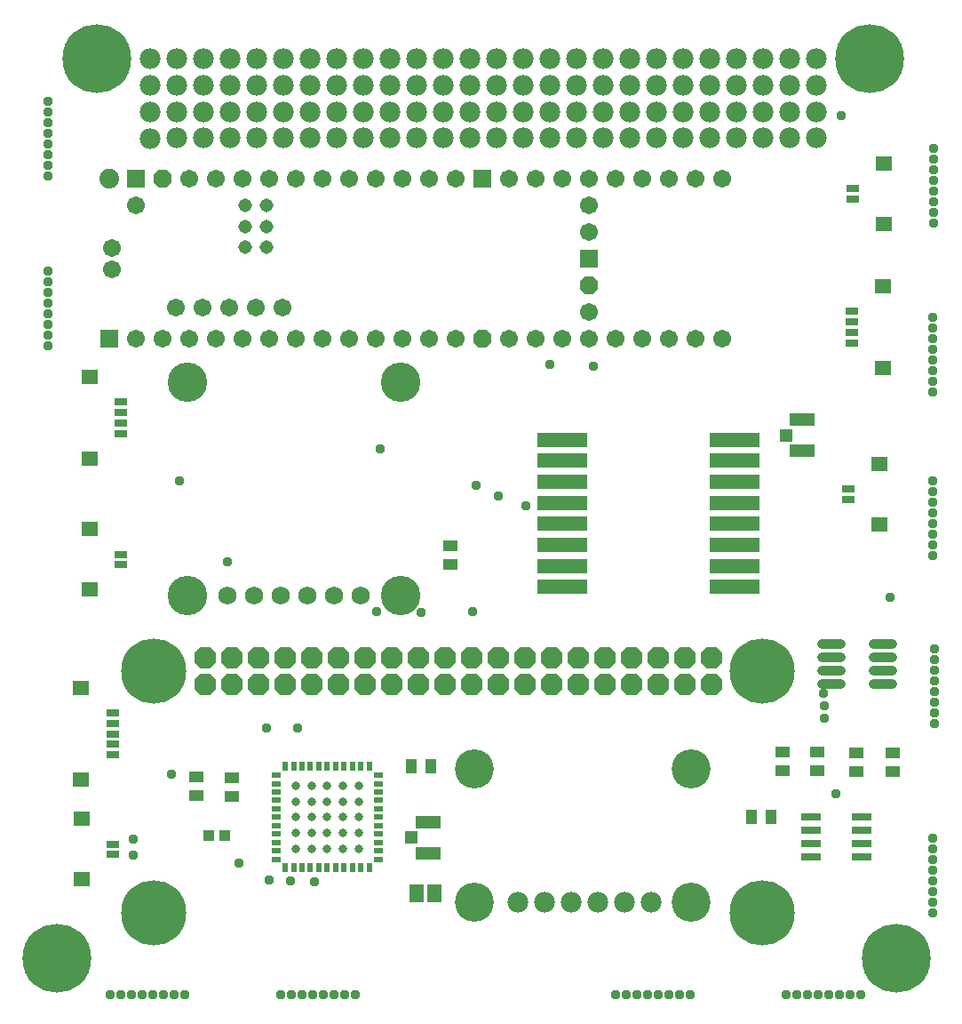
<source format=gbr>
G04 EAGLE Gerber RS-274X export*
G75*
%MOMM*%
%FSLAX34Y34*%
%LPD*%
%INSoldermask Bottom*%
%IPPOS*%
%AMOC8*
5,1,8,0,0,1.08239X$1,22.5*%
G01*
%ADD10C,6.553200*%
%ADD11C,1.981200*%
%ADD12C,0.903200*%
%ADD13R,1.403200X1.003200*%
%ADD14R,0.903200X0.563200*%
%ADD15R,0.563200X0.903200*%
%ADD16C,0.803200*%
%ADD17R,1.003200X1.003200*%
%ADD18R,2.463800X1.244600*%
%ADD19R,1.295400X1.244600*%
%ADD20R,1.879600X0.711200*%
%ADD21R,1.003200X1.403200*%
%ADD22R,4.703200X1.403200*%
%ADD23C,3.759200*%
%ADD24C,1.727200*%
%ADD25R,1.403200X1.673200*%
%ADD26R,1.711200X1.711200*%
%ADD27C,1.879600*%
%ADD28P,1.852186X8X112.500000*%
%ADD29C,1.711200*%
%ADD30C,1.311200*%
%ADD31R,1.203200X0.753200*%
%ADD32R,1.503200X1.463200*%
%ADD33P,2.249423X8X22.500000*%
%ADD34C,0.959600*%
%ADD35C,3.719200*%
%ADD36C,6.203200*%


D10*
X50800Y50800D03*
X850900Y50800D03*
X825500Y908050D03*
X88900Y908050D03*
D11*
X774700Y908050D03*
X774700Y882650D03*
X139700Y908050D03*
X139700Y882650D03*
X749300Y908050D03*
X749300Y882650D03*
X723900Y908050D03*
X723900Y882650D03*
X698500Y908050D03*
X698500Y882650D03*
X673100Y908050D03*
X673100Y882650D03*
X647700Y908050D03*
X647700Y882650D03*
X622300Y908050D03*
X622300Y882650D03*
X596900Y908050D03*
X596900Y882650D03*
X571500Y908050D03*
X571500Y882650D03*
X546100Y908050D03*
X546100Y882650D03*
X520700Y908050D03*
X520700Y882650D03*
X495300Y908050D03*
X495300Y882650D03*
X469900Y908050D03*
X469900Y882650D03*
X444500Y908050D03*
X444500Y882650D03*
X419100Y908050D03*
X419100Y882650D03*
X393700Y908050D03*
X393700Y882650D03*
X368300Y908050D03*
X368300Y882650D03*
X342900Y908050D03*
X342900Y882650D03*
X317500Y908050D03*
X317500Y882650D03*
X292100Y908050D03*
X292100Y882650D03*
X266700Y908050D03*
X266700Y882650D03*
X241300Y908050D03*
X241300Y882650D03*
X215900Y908050D03*
X215900Y882650D03*
X190500Y908050D03*
X190500Y882650D03*
X165100Y908050D03*
X165100Y882650D03*
X774700Y857250D03*
X774700Y832231D03*
X139700Y857250D03*
X139700Y831850D03*
X749300Y857250D03*
X749300Y832231D03*
X723900Y857250D03*
X723900Y832231D03*
X698500Y857250D03*
X698500Y832231D03*
X673100Y857250D03*
X673100Y832231D03*
X647700Y857250D03*
X647700Y832231D03*
X622300Y857250D03*
X622300Y832231D03*
X596900Y857250D03*
X596900Y832231D03*
X571500Y857250D03*
X571500Y832231D03*
X546100Y857250D03*
X546100Y832231D03*
X520700Y857250D03*
X520700Y832231D03*
X495300Y857250D03*
X495300Y832231D03*
X469900Y857250D03*
X469900Y832231D03*
X444500Y857250D03*
X444500Y832231D03*
X419100Y857250D03*
X419100Y832231D03*
X393700Y857250D03*
X393700Y832231D03*
X368300Y857250D03*
X368300Y832231D03*
X342900Y857250D03*
X342900Y832231D03*
X317500Y857250D03*
X317500Y832231D03*
X292100Y857250D03*
X292100Y832231D03*
X266700Y857250D03*
X266700Y832231D03*
X241300Y857250D03*
X241300Y832231D03*
X215900Y857250D03*
X215900Y832231D03*
X190500Y857250D03*
X190500Y832231D03*
X165100Y857250D03*
X165100Y832231D03*
D12*
X779532Y312830D02*
X797532Y312830D01*
X797532Y325530D02*
X779532Y325530D01*
X779532Y338230D02*
X797532Y338230D01*
X797532Y350930D02*
X779532Y350930D01*
X828532Y312830D02*
X846532Y312830D01*
X846532Y325530D02*
X828532Y325530D01*
X828532Y338230D02*
X846532Y338230D01*
X846532Y350930D02*
X828532Y350930D01*
D13*
X775428Y247570D03*
X775428Y229570D03*
X741798Y247766D03*
X741798Y229766D03*
D14*
X259688Y145494D03*
X259688Y153494D03*
X259688Y161494D03*
X259688Y169494D03*
X259688Y177494D03*
X259688Y185494D03*
X259688Y193494D03*
X259688Y201494D03*
X259688Y209494D03*
X259688Y217494D03*
X259688Y225494D03*
D15*
X268088Y233894D03*
X276088Y233894D03*
X284088Y233894D03*
X292088Y233894D03*
X300088Y233894D03*
X308088Y233894D03*
X316188Y233894D03*
X324088Y233894D03*
X332088Y233894D03*
X340088Y233894D03*
X348088Y233894D03*
D14*
X356488Y225494D03*
X356488Y217494D03*
X356488Y209494D03*
X356488Y201494D03*
X356488Y193494D03*
X356488Y185494D03*
X356488Y177494D03*
X356488Y169494D03*
X356488Y161494D03*
X356488Y153494D03*
X356488Y145494D03*
D15*
X348088Y137094D03*
X340088Y137094D03*
X332088Y137094D03*
X324088Y137094D03*
X316088Y137094D03*
X308088Y137094D03*
X300088Y137094D03*
X292088Y137094D03*
X284088Y137094D03*
X276288Y137094D03*
X268088Y137094D03*
D16*
X278088Y155494D03*
X278088Y170494D03*
X278088Y185494D03*
X278088Y200494D03*
X278088Y215494D03*
X293088Y155494D03*
X293088Y170494D03*
X293088Y185494D03*
X293088Y200494D03*
X293088Y215494D03*
X308088Y155494D03*
X308088Y170494D03*
X308088Y185494D03*
X308088Y200494D03*
X308088Y215494D03*
X323088Y155494D03*
X323088Y170494D03*
X323088Y185494D03*
X323088Y200494D03*
X323088Y215494D03*
X338088Y155494D03*
X338088Y170494D03*
X338088Y185494D03*
X338088Y200494D03*
X338088Y215494D03*
D17*
X195326Y168024D03*
X210326Y168024D03*
D18*
X404199Y151195D03*
X404199Y180605D03*
D19*
X388239Y165900D03*
D18*
X761099Y534395D03*
X761099Y563805D03*
D19*
X745139Y549100D03*
D11*
X616660Y104104D03*
X591260Y104104D03*
X565860Y104104D03*
X540460Y104104D03*
X515060Y104104D03*
X489660Y104104D03*
D13*
X847088Y246626D03*
X847088Y228626D03*
X812562Y229074D03*
X812562Y247074D03*
D20*
X817246Y186044D03*
X817246Y173344D03*
X817246Y160644D03*
X817246Y147944D03*
X768986Y147944D03*
X768986Y160644D03*
X768986Y173344D03*
X768986Y186044D03*
D21*
X730878Y186042D03*
X712878Y186042D03*
D22*
X532100Y424900D03*
X532100Y444900D03*
X532100Y464900D03*
X532100Y484900D03*
X532100Y504900D03*
X532100Y524900D03*
X532100Y544900D03*
X696100Y544900D03*
X696100Y524900D03*
X696100Y504900D03*
X696100Y484900D03*
X696100Y464900D03*
X696100Y444900D03*
X696100Y424900D03*
X696100Y404900D03*
X532100Y404900D03*
D23*
X174800Y396300D03*
X378000Y396300D03*
X174800Y599500D03*
X378000Y599500D03*
D24*
X212900Y396300D03*
X238300Y396300D03*
X263700Y396300D03*
X289100Y396300D03*
X314500Y396300D03*
X339900Y396300D03*
D13*
X425500Y426100D03*
X425500Y444100D03*
X216900Y223300D03*
X216900Y205300D03*
X183300Y223900D03*
X183300Y205900D03*
D25*
X410400Y113300D03*
X393200Y113300D03*
D21*
X388500Y234400D03*
X406500Y234400D03*
D26*
X100400Y641100D03*
X557600Y717300D03*
X125800Y793500D03*
D27*
X100400Y793500D03*
D28*
X151200Y793500D03*
X557600Y691900D03*
D29*
X557600Y666500D03*
X557600Y742700D03*
X557600Y768100D03*
X430600Y793500D03*
X430600Y641100D03*
X125800Y641100D03*
X151200Y641100D03*
X176600Y641100D03*
X202000Y641100D03*
X227400Y641100D03*
X252800Y641100D03*
X278200Y641100D03*
X303600Y641100D03*
X329000Y641100D03*
X354400Y641100D03*
X379800Y641100D03*
X405200Y641100D03*
X125800Y768100D03*
X405200Y793500D03*
X379800Y793500D03*
X354400Y793500D03*
X329000Y793500D03*
X303600Y793500D03*
X278200Y793500D03*
X252800Y793500D03*
X227400Y793500D03*
X202000Y793500D03*
X176600Y793500D03*
D28*
X456000Y641100D03*
D29*
X506800Y641100D03*
X532200Y641100D03*
X557600Y641100D03*
X583000Y641100D03*
X608400Y641100D03*
X633800Y641100D03*
X659200Y641100D03*
X684600Y641100D03*
X481400Y793500D03*
X506800Y793500D03*
X532200Y793500D03*
X557600Y793500D03*
X583000Y793500D03*
X608400Y793500D03*
X633800Y793500D03*
X659200Y793500D03*
X684600Y793500D03*
X163900Y671100D03*
X189300Y671100D03*
X214700Y671100D03*
X240100Y671100D03*
X265500Y671100D03*
X481400Y641100D03*
D26*
X456000Y793500D03*
D29*
X102700Y727300D03*
X102700Y707300D03*
D30*
X230100Y768100D03*
X230100Y748100D03*
X230100Y728100D03*
X250100Y768100D03*
X250100Y748100D03*
X250100Y728100D03*
D31*
X809000Y784000D03*
X809000Y774000D03*
D32*
X838900Y807750D03*
X838900Y750200D03*
D31*
X808100Y667100D03*
X808100Y657100D03*
X808100Y647100D03*
X808100Y637100D03*
D32*
X838000Y690850D03*
X838000Y613300D03*
D31*
X103800Y149900D03*
X103800Y159900D03*
D32*
X73900Y126150D03*
X73900Y183700D03*
D31*
X103500Y244900D03*
X103500Y254900D03*
X103500Y264900D03*
X103500Y274900D03*
X103500Y284900D03*
D32*
X73600Y221150D03*
X73600Y308700D03*
D31*
X111300Y425900D03*
X111300Y435900D03*
D32*
X81400Y402150D03*
X81400Y459700D03*
D31*
X111600Y550900D03*
X111600Y560900D03*
X111600Y570900D03*
X111600Y580900D03*
D32*
X81700Y527150D03*
X81700Y604700D03*
D33*
X191600Y311900D03*
X191600Y337300D03*
X217000Y311900D03*
X217000Y337300D03*
X242400Y311900D03*
X242400Y337300D03*
X267800Y311900D03*
X267800Y337300D03*
X293200Y311900D03*
X293200Y337300D03*
X318600Y311900D03*
X318600Y337300D03*
X344000Y311900D03*
X344000Y337300D03*
X369400Y311900D03*
X369400Y337300D03*
X394800Y311900D03*
X394800Y337300D03*
X420200Y311900D03*
X420200Y337300D03*
X445600Y311900D03*
X445600Y337300D03*
X471000Y311900D03*
X471000Y337300D03*
X496400Y311900D03*
X496400Y337300D03*
X521800Y311900D03*
X521800Y337300D03*
X547200Y311900D03*
X547200Y337300D03*
X572600Y311900D03*
X572600Y337300D03*
X598000Y311900D03*
X598000Y337300D03*
X623400Y311900D03*
X623400Y337300D03*
X648800Y311900D03*
X648800Y337300D03*
X674200Y311900D03*
X674200Y337300D03*
D31*
X804900Y497900D03*
X804900Y487900D03*
D32*
X834800Y521650D03*
X834800Y464100D03*
D34*
X101600Y16510D03*
X121920Y16510D03*
X132080Y16510D03*
X142240Y16510D03*
X152400Y16510D03*
X162560Y16510D03*
X172720Y16510D03*
X111760Y16510D03*
X264160Y16510D03*
X274320Y16510D03*
X284480Y16510D03*
X294640Y16510D03*
X304800Y16510D03*
X314960Y16510D03*
X325120Y16510D03*
X335280Y16510D03*
X41656Y796544D03*
X41656Y816864D03*
X41656Y827024D03*
X41656Y837184D03*
X41656Y847344D03*
X41656Y857504D03*
X41656Y867664D03*
X41656Y806704D03*
X41656Y634492D03*
X41656Y654812D03*
X41656Y664972D03*
X41656Y675132D03*
X41656Y685292D03*
X41656Y695452D03*
X41656Y705612D03*
X41656Y644652D03*
X582930Y16510D03*
X603250Y16510D03*
X613410Y16510D03*
X623570Y16510D03*
X633730Y16510D03*
X643890Y16510D03*
X654050Y16510D03*
X593090Y16510D03*
X745490Y16510D03*
X755650Y16510D03*
X765810Y16510D03*
X775970Y16510D03*
X786130Y16510D03*
X796290Y16510D03*
X806450Y16510D03*
X816610Y16510D03*
X885190Y94234D03*
X885190Y114554D03*
X885190Y124714D03*
X885190Y134874D03*
X885190Y145034D03*
X885190Y155194D03*
X885190Y165354D03*
X885190Y104394D03*
X886206Y751332D03*
X886206Y771652D03*
X886206Y781812D03*
X886206Y791972D03*
X886206Y802132D03*
X886206Y812292D03*
X886206Y822452D03*
X886206Y761492D03*
X798000Y854000D03*
X295600Y124000D03*
X272900Y124500D03*
X561700Y615300D03*
X224000Y142100D03*
X358200Y535900D03*
X250300Y270800D03*
X123100Y164600D03*
X280000Y270700D03*
X123100Y149100D03*
X449600Y501700D03*
X471200Y491500D03*
X497000Y482100D03*
X354800Y381200D03*
X782100Y279500D03*
X397500Y380900D03*
X781900Y291200D03*
X446500Y381500D03*
X781300Y303100D03*
X213100Y429100D03*
X844200Y395200D03*
X252500Y125900D03*
X520500Y616800D03*
X159500Y226700D03*
D35*
X448640Y231100D03*
X654760Y104104D03*
X654760Y231104D03*
X448640Y104104D03*
D34*
X793200Y207400D03*
X167500Y506200D03*
X886590Y274934D03*
X886590Y295254D03*
X886590Y305414D03*
X886590Y315574D03*
X886590Y325734D03*
X886590Y335894D03*
X886590Y346054D03*
X886590Y285094D03*
X885490Y590834D03*
X885490Y611154D03*
X885490Y621314D03*
X885490Y631474D03*
X885490Y641634D03*
X885490Y651794D03*
X885490Y661954D03*
X885490Y600994D03*
X885190Y434634D03*
X885190Y454954D03*
X885190Y465114D03*
X885190Y475274D03*
X885190Y485434D03*
X885190Y495594D03*
X885190Y505754D03*
X885190Y444794D03*
D36*
X142600Y324700D03*
X722600Y324600D03*
X722600Y94600D03*
X142600Y94600D03*
M02*

</source>
